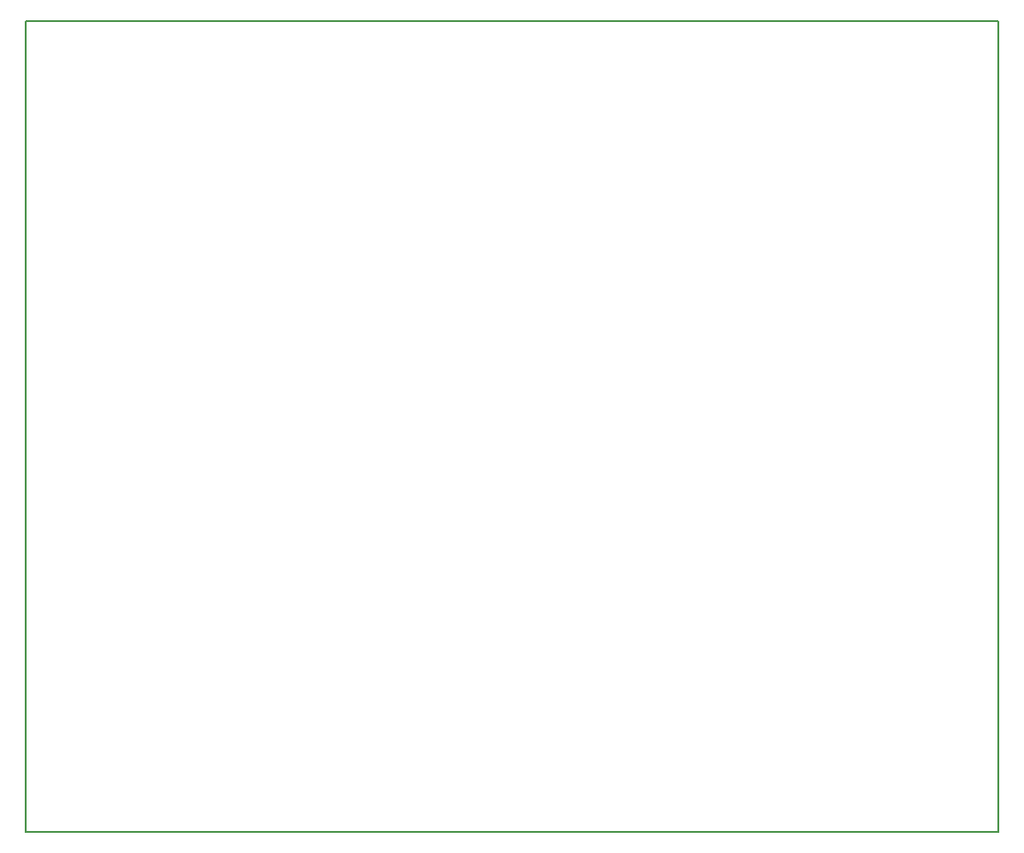
<source format=gbo>
G04 MADE WITH FRITZING*
G04 WWW.FRITZING.ORG*
G04 DOUBLE SIDED*
G04 HOLES PLATED*
G04 CONTOUR ON CENTER OF CONTOUR VECTOR*
%ASAXBY*%
%FSLAX23Y23*%
%MOIN*%
%OFA0B0*%
%SFA1.0B1.0*%
%ADD10R,3.543310X2.952760X3.527310X2.936760*%
%ADD11C,0.008000*%
%LNSILK0*%
G90*
G70*
G54D11*
X4Y2949D02*
X3539Y2949D01*
X3539Y4D01*
X4Y4D01*
X4Y2949D01*
D02*
G04 End of Silk0*
M02*
</source>
